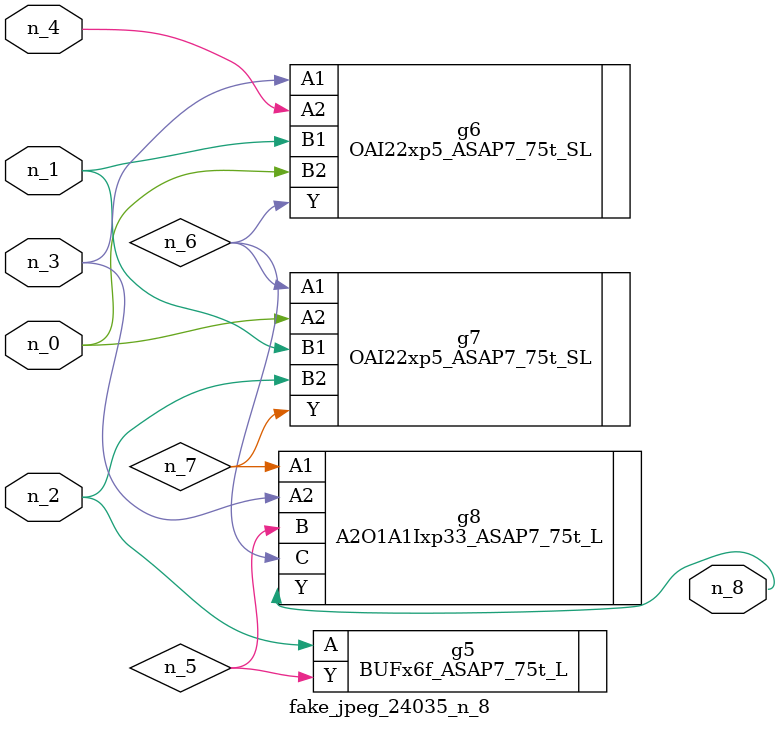
<source format=v>
module fake_jpeg_24035_n_8 (n_3, n_2, n_1, n_0, n_4, n_8);

input n_3;
input n_2;
input n_1;
input n_0;
input n_4;

output n_8;

wire n_6;
wire n_5;
wire n_7;

BUFx6f_ASAP7_75t_L g5 ( 
.A(n_2),
.Y(n_5)
);

OAI22xp5_ASAP7_75t_SL g6 ( 
.A1(n_3),
.A2(n_4),
.B1(n_1),
.B2(n_0),
.Y(n_6)
);

OAI22xp5_ASAP7_75t_SL g7 ( 
.A1(n_6),
.A2(n_0),
.B1(n_1),
.B2(n_2),
.Y(n_7)
);

A2O1A1Ixp33_ASAP7_75t_L g8 ( 
.A1(n_7),
.A2(n_3),
.B(n_5),
.C(n_6),
.Y(n_8)
);


endmodule
</source>
